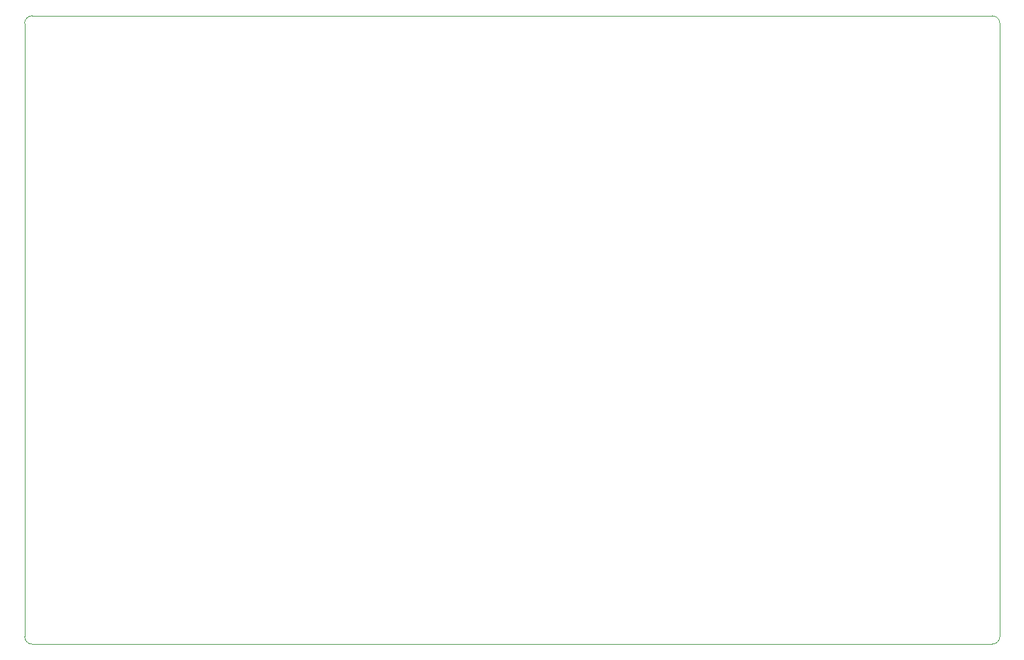
<source format=gbr>
%TF.GenerationSoftware,KiCad,Pcbnew,5.1.10-88a1d61d58~88~ubuntu20.04.1*%
%TF.CreationDate,2021-05-20T14:16:26-06:00*%
%TF.ProjectId,colordance-brain,636f6c6f-7264-4616-9e63-652d62726169,rev?*%
%TF.SameCoordinates,Original*%
%TF.FileFunction,Profile,NP*%
%FSLAX46Y46*%
G04 Gerber Fmt 4.6, Leading zero omitted, Abs format (unit mm)*
G04 Created by KiCad (PCBNEW 5.1.10-88a1d61d58~88~ubuntu20.04.1) date 2021-05-20 14:16:26*
%MOMM*%
%LPD*%
G01*
G04 APERTURE LIST*
%TA.AperFunction,Profile*%
%ADD10C,0.050000*%
%TD*%
G04 APERTURE END LIST*
D10*
X143500000Y-46500000D02*
G75*
G02*
X144500000Y-47500000I0J-1000000D01*
G01*
X144500000Y-129000000D02*
G75*
G02*
X143500000Y-130000000I-1000000J0D01*
G01*
X16000000Y-130000000D02*
G75*
G02*
X15000000Y-129000000I0J1000000D01*
G01*
X15000000Y-47500000D02*
G75*
G02*
X16000000Y-46500000I1000000J0D01*
G01*
X16000000Y-46500000D02*
X143500000Y-46500000D01*
X144500000Y-129000000D02*
X144500000Y-47500000D01*
X15000000Y-129000000D02*
X15000000Y-47500000D01*
X16000000Y-130000000D02*
X143500000Y-130000000D01*
M02*

</source>
